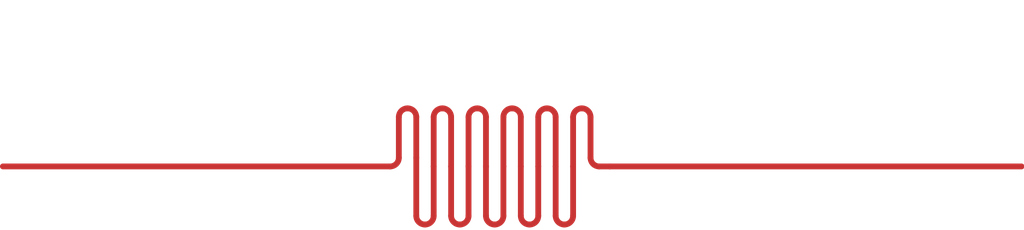
<source format=kicad_pcb>
(kicad_pcb
	(version 20231212)
	(generator "pcbnew")
	(generator_version "7.99")
	(general
		(thickness 1.6)
		(legacy_teardrops no)
	)
	(paper "A4")
	(layers
		(0 "F.Cu" signal)
		(31 "B.Cu" signal)
		(32 "B.Adhes" user "B.Adhesive")
		(33 "F.Adhes" user "F.Adhesive")
		(34 "B.Paste" user)
		(35 "F.Paste" user)
		(36 "B.SilkS" user "B.Silkscreen")
		(37 "F.SilkS" user "F.Silkscreen")
		(38 "B.Mask" user)
		(39 "F.Mask" user)
		(40 "Dwgs.User" user "User.Drawings")
		(41 "Cmts.User" user "User.Comments")
		(42 "Eco1.User" user "User.Eco1")
		(43 "Eco2.User" user "User.Eco2")
		(44 "Edge.Cuts" user)
		(45 "Margin" user)
		(46 "B.CrtYd" user "B.Courtyard")
		(47 "F.CrtYd" user "F.Courtyard")
		(48 "B.Fab" user)
		(49 "F.Fab" user)
		(50 "User.1" user)
		(51 "User.2" user)
		(52 "User.3" user)
		(53 "User.4" user)
		(54 "User.5" user)
		(55 "User.6" user)
		(56 "User.7" user)
		(57 "User.8" user)
		(58 "User.9" user)
	)
	(setup
		(pad_to_mask_clearance 0)
		(allow_soldermask_bridges_in_footprints no)
		(pcbplotparams
			(layerselection 0x00010fc_ffffffff)
			(plot_on_all_layers_selection 0x0000000_00000000)
			(disableapertmacros no)
			(usegerberextensions no)
			(usegerberattributes yes)
			(usegerberadvancedattributes yes)
			(creategerberjobfile yes)
			(dashed_line_dash_ratio 12.000000)
			(dashed_line_gap_ratio 3.000000)
			(svgprecision 4)
			(plotframeref no)
			(viasonmask no)
			(mode 1)
			(useauxorigin no)
			(hpglpennumber 1)
			(hpglpenspeed 20)
			(hpglpendiameter 15.000000)
			(pdf_front_fp_property_popups yes)
			(pdf_back_fp_property_popups yes)
			(dxfpolygonmode yes)
			(dxfimperialunits yes)
			(dxfusepcbnewfont yes)
			(psnegative no)
			(psa4output no)
			(plotreference yes)
			(plotvalue yes)
			(plotfptext yes)
			(plotinvisibletext no)
			(sketchpadsonfab no)
			(subtractmaskfromsilk no)
			(outputformat 1)
			(mirror no)
			(drillshape 1)
			(scaleselection 1)
			(outputdirectory "")
		)
	)
	(net 0 "")
	(gr_text "Example Tuning generator"
		(at 105.13 46.81 0)
		(layer "Cmts.User")
		(uuid "53c1f939-ba9e-4da8-9dfc-8f32e3549f4d")
		(effects
			(font
				(size 1.5 1.5)
				(thickness 0.3)
				(bold yes)
			)
			(justify left bottom)
		)
	)
	(segment
		(start 119.471487 50.14)
		(end 119.471487 48.44)
		(width 0.2)
		(layer "F.Cu")
		(net 0)
		(uuid "23598711-1292-428d-920c-a74be818ad7e")
	)
	(segment
		(start 122.471487 48.44)
		(end 122.471487 49.84)
		(width 0.2)
		(layer "F.Cu")
		(net 0)
		(uuid "32dfa4c2-9427-47a8-bd2d-ceb643557c88")
	)
	(segment
		(start 116.471487 48.44)
		(end 116.471487 49.84)
		(width 0.2)
		(layer "F.Cu")
		(net 0)
		(uuid "44d73d7d-cf4f-4327-b231-2463bdfe4326")
	)
	(segment
		(start 118.271487 50.14)
		(end 118.271487 48.44)
		(width 0.2)
		(layer "F.Cu")
		(net 0)
		(uuid "48626af6-29e2-4f63-9d3e-122aa7b4ab9c")
	)
	(segment
		(start 121.271487 50.14)
		(end 121.271487 51.84)
		(width 0.2)
		(layer "F.Cu")
		(net 0)
		(uuid "4b411291-a17e-456b-a755-a48e9631eb4a")
	)
	(segment
		(start 121.871487 51.84)
		(end 121.871487 50.14)
		(width 0.2)
		(layer "F.Cu")
		(net 0)
		(uuid "4e879df0-63f3-4cb5-9164-ba33f0b14629")
	)
	(segment
		(start 116.471487 49.84)
		(end 116.471487 51.84)
		(width 0.2)
		(layer "F.Cu")
		(net 0)
		(uuid "588a4917-59d3-4955-9add-663bc4767847")
	)
	(segment
		(start 117.071487 51.84)
		(end 117.071487 50.14)
		(width 0.2)
		(layer "F.Cu")
		(net 0)
		(uuid "59b90d87-2f26-45db-9ce8-68ce8720ea38")
	)
	(segment
		(start 123.13735 50.14)
		(end 137.31 50.14)
		(width 0.2)
		(layer "F.Cu")
		(net 0)
		(uuid "65de65ea-c59a-49b1-9861-84c37ec18480")
	)
	(segment
		(start 118.271487 51.84)
		(end 118.271487 50.14)
		(width 0.2)
		(layer "F.Cu")
		(net 0)
		(uuid "6f4c6cc9-69de-4bc5-af94-c19e9090a86d")
	)
	(segment
		(start 121.871487 50.14)
		(end 121.871487 48.44)
		(width 0.2)
		(layer "F.Cu")
		(net 0)
		(uuid "72c5d2fa-96ad-46fa-b509-ba435bef0d9f")
	)
	(segment
		(start 119.471487 51.84)
		(end 119.471487 50.14)
		(width 0.2)
		(layer "F.Cu")
		(net 0)
		(uuid "9568f820-d1e6-490c-ba36-a4f2bbd6740c")
	)
	(segment
		(start 121.271487 48.44)
		(end 121.271487 50.14)
		(width 0.2)
		(layer "F.Cu")
		(net 0)
		(uuid "9a9a8f38-4d0b-433a-b590-5d7512f8439b")
	)
	(segment
		(start 120.071487 48.44)
		(end 120.071487 50.14)
		(width 0.2)
		(layer "F.Cu")
		(net 0)
		(uuid "a33210e6-9f45-4513-9f49-0851a05915d6")
	)
	(segment
		(start 117.671487 48.44)
		(end 117.671487 50.14)
		(width 0.2)
		(layer "F.Cu")
		(net 0)
		(uuid "a4375fde-a926-4e9f-bce5-e55f71434880")
	)
	(segment
		(start 115.871487 49.84)
		(end 115.871487 48.44)
		(width 0.2)
		(layer "F.Cu")
		(net 0)
		(uuid "a764fcd6-6263-450e-b747-c64338e0d901")
	)
	(segment
		(start 120.671487 50.14)
		(end 120.671487 48.44)
		(width 0.2)
		(layer "F.Cu")
		(net 0)
		(uuid "a9194b6b-c1cb-4532-812c-d60b7a2c3e42")
	)
	(segment
		(start 102.24 50.14)
		(end 115.571487 50.14)
		(width 0.2)
		(layer "F.Cu")
		(net 0)
		(uuid "be40dcb4-4ea4-4d02-b4a7-023ff28a179f")
	)
	(segment
		(start 118.871487 48.44)
		(end 118.871487 50.14)
		(width 0.2)
		(layer "F.Cu")
		(net 0)
		(uuid "c05fe201-beaa-4f3d-8f86-2c044c39a7ad")
	)
	(segment
		(start 117.671487 50.14)
		(end 117.671487 51.84)
		(width 0.2)
		(layer "F.Cu")
		(net 0)
		(uuid "c57febd1-a087-4666-84b8-277ae6bc22d2")
	)
	(segment
		(start 120.071487 50.14)
		(end 120.071487 51.84)
		(width 0.2)
		(layer "F.Cu")
		(net 0)
		(uuid "dabeb0f1-d930-4995-8ecf-a4549a0b252f")
	)
	(segment
		(start 118.871487 50.14)
		(end 118.871487 51.84)
		(width 0.2)
		(layer "F.Cu")
		(net 0)
		(uuid "db664cf3-f269-4ad7-a42c-5f1e0f68c331")
	)
	(segment
		(start 120.671487 51.84)
		(end 120.671487 50.14)
		(width 0.2)
		(layer "F.Cu")
		(net 0)
		(uuid "deea7a88-92cb-4b2d-944a-56499ad070bc")
	)
	(segment
		(start 122.771487 50.14)
		(end 123.13735 50.14)
		(width 0.2)
		(layer "F.Cu")
		(net 0)
		(uuid "ee8ed2c3-24bd-4b28-a241-887d40cca598")
	)
	(segment
		(start 117.071487 50.14)
		(end 117.071487 48.44)
		(width 0.2)
		(layer "F.Cu")
		(net 0)
		(uuid "faa07f56-f9fe-4e13-88c3-8d80b6691460")
	)
	(arc
		(start 117.971487 52.14)
		(mid 118.183619 52.052132)
		(end 118.271487 51.84)
		(width 0.2)
		(layer "F.Cu")
		(net 0)
		(uuid "0376a7f9-ca8e-458b-9d43-8cd3a2a6bc63")
	)
	(arc
		(start 115.571487 50.14)
		(mid 115.783619 50.052132)
		(end 115.871487 49.84)
		(width 0.2)
		(layer "F.Cu")
		(net 0)
		(uuid "0461661b-2681-445d-844d-36fe87fd5675")
	)
	(arc
		(start 120.371487 52.14)
		(mid 120.583619 52.052132)
		(end 120.671487 51.84)
		(width 0.2)
		(layer "F.Cu")
		(net 0)
		(uuid "06764c74-03e5-4cdd-9d3c-66a9449a0b79")
	)
	(arc
		(start 119.471487 48.44)
		(mid 119.559355 48.227868)
		(end 119.771487 48.14)
		(width 0.2)
		(layer "F.Cu")
		(net 0)
		(uuid "19d41ad9-cced-4f7a-b477-770f3747302b")
	)
	(arc
		(start 116.471487 51.84)
		(mid 116.559355 52.052132)
		(end 116.771487 52.14)
		(width 0.2)
		(layer "F.Cu")
		(net 0)
		(uuid "2f6798f2-7245-45ac-b638-798d5cc07bf0")
	)
	(arc
		(start 122.171487 48.14)
		(mid 122.383619 48.227868)
		(end 122.471487 48.44)
		(width 0.2)
		(layer "F.Cu")
		(net 0)
		(uuid "3b913f43-9eae-4c65-9978-5b8d339e4163")
	)
	(arc
		(start 119.771487 48.14)
		(mid 119.983619 48.227868)
		(end 120.071487 48.44)
		(width 0.2)
		(layer "F.Cu")
		(net 0)
		(uuid "3d5e09fa-3d6d-4ef1-914a-0f5c228935f9")
	)
	(arc
		(start 116.171487 48.14)
		(mid 116.383619 48.227868)
		(end 116.471487 48.44)
		(width 0.2)
		(layer "F.Cu")
		(net 0)
		(uuid "4a64cb98-0cb5-4e84-be7d-331ff151461c")
	)
	(arc
		(start 117.371487 48.14)
		(mid 117.583619 48.227868)
		(end 117.671487 48.44)
		(width 0.2)
		(layer "F.Cu")
		(net 0)
		(uuid "71f8bf22-de50-41c8-825f-904f110a02bf")
	)
	(arc
		(start 120.071487 51.84)
		(mid 120.159355 52.052132)
		(end 120.371487 52.14)
		(width 0.2)
		(layer "F.Cu")
		(net 0)
		(uuid "7269ec18-3e42-46f7-847b-da594f31ad8f")
	)
	(arc
		(start 118.271487 48.44)
		(mid 118.359355 48.227868)
		(end 118.571487 48.14)
		(width 0.2)
		(layer "F.Cu")
		(net 0)
		(uuid "767c8903-fd9f-4b6f-928b-98dd2c7597aa")
	)
	(arc
		(start 121.871487 48.44)
		(mid 121.959355 48.227868)
		(end 122.171487 48.14)
		(width 0.2)
		(layer "F.Cu")
		(net 0)
		(uuid "7e47bebe-0dd6-4cfd-94dc-ee99962d4434")
	)
	(arc
		(start 120.971487 48.14)
		(mid 121.183619 48.227868)
		(end 121.271487 48.44)
		(width 0.2)
		(layer "F.Cu")
		(net 0)
		(uuid "81aa3b3f-7131-448f-81ce-e2677966b704")
	)
	(arc
		(start 118.871487 51.84)
		(mid 118.959355 52.052132)
		(end 119.171487 52.14)
		(width 0.2)
		(layer "F.Cu")
		(net 0)
		(uuid "9059e5ed-2aca-4368-82ba-41b385dc3811")
	)
	(arc
		(start 121.271487 51.84)
		(mid 121.359355 52.052132)
		(end 121.571487 52.14)
		(width 0.2)
		(layer "F.Cu")
		(net 0)
		(uuid "91c3b598-b183-4c54-a5ba-e81d86f8b752")
	)
	(arc
		(start 117.671487 51.84)
		(mid 117.759355 52.052132)
		(end 117.971487 52.14)
		(width 0.2)
		(layer "F.Cu")
		(net 0)
		(uuid "93331fa0-f088-494f-bb3f-3176a38bbf75")
	)
	(arc
		(start 118.571487 48.14)
		(mid 118.783619 48.227868)
		(end 118.871487 48.44)
		(width 0.2)
		(layer "F.Cu")
		(net 0)
		(uuid "93ffb905-f4d4-4d6f-9d14-0d9786a08101")
	)
	(arc
		(start 116.771487 52.14)
		(mid 116.983619 52.052132)
		(end 117.071487 51.84)
		(width 0.2)
		(layer "F.Cu")
		(net 0)
		(uuid "9f8c447b-e5c8-4000-a9a1-c72d9bea35fb")
	)
	(arc
		(start 120.671487 48.44)
		(mid 120.759355 48.227868)
		(end 120.971487 48.14)
		(width 0.2)
		(layer "F.Cu")
		(net 0)
		(uuid "a697b4a2-c596-4045-9f46-e645ac352ae2")
	)
	(arc
		(start 121.571487 52.14)
		(mid 121.783619 52.052132)
		(end 121.871487 51.84)
		(width 0.2)
		(layer "F.Cu")
		(net 0)
		(uuid "a8d58e65-4b30-4eb5-84c7-aee72c58f2ec")
	)
	(arc
		(start 115.871487 48.44)
		(mid 115.959355 48.227868)
		(end 116.171487 48.14)
		(width 0.2)
		(layer "F.Cu")
		(net 0)
		(uuid "b0d4aab8-c57b-40b9-9c8b-1f3eb20c6447")
	)
	(arc
		(start 119.171487 52.14)
		(mid 119.383619 52.052132)
		(end 119.471487 51.84)
		(width 0.2)
		(layer "F.Cu")
		(net 0)
		(uuid "bf81b70e-6c92-4fa5-9780-102df6c38109")
	)
	(arc
		(start 117.071487 48.44)
		(mid 117.159355 48.227868)
		(end 117.371487 48.14)
		(width 0.2)
		(layer "F.Cu")
		(net 0)
		(uuid "d6d9b09a-5a95-454c-82fb-b8e919d934e0")
	)
	(arc
		(start 122.471487 49.84)
		(mid 122.559355 50.052132)
		(end 122.771487 50.14)
		(width 0.2)
		(layer "F.Cu")
		(net 0)
		(uuid "eab2f350-d181-4351-8fe1-1d59f4400931")
	)
	(generated
		(id 4f22a815-3048-42b3-86fa-eb71720d35ae)
		(type tuning_pattern)
		(name "Tuning Pattern")
		(layer "F.Cu")
		(base_line
			(pts
				(xy 115.571487 50.14) (xy 123.13735 50.14)
			)
		)
		(corner_radius_percent 100)
		(end
			(xy 123.13735 50.14)
		)
		(initial_side "left")
		(last_diff_pair_gap 0.18)
		(last_netname "")
		(last_status "too_short")
		(last_track_width 0.2)
		(last_tuning "75.9800 mm (too short)")
		(max_amplitude 2)
		(min_spacing 0.6)
		(origin
			(xy 115.571487 50.14)
		)
		(override_custom_rules no)
		(rounded yes)
		(single_sided no)
		(target_length 100)
		(target_length_max 100.1)
		(target_length_min 99.9)
		(target_skew 0)
		(target_skew_max 0.1)
		(target_skew_min -0.1)
		(tuning_mode "single")
		(members 0376a7f9-ca8e-458b-9d43-8cd3a2a6bc63 0461661b-2681-445d-844d-36fe87fd5675
			06764c74-03e5-4cdd-9d3c-66a9449a0b79 19d41ad9-cced-4f7a-b477-770f3747302b
			23598711-1292-428d-920c-a74be818ad7e 2f6798f2-7245-45ac-b638-798d5cc07bf0
			32dfa4c2-9427-47a8-bd2d-ceb643557c88 3b913f43-9eae-4c65-9978-5b8d339e4163
			3d5e09fa-3d6d-4ef1-914a-0f5c228935f9 44d73d7d-cf4f-4327-b231-2463bdfe4326
			48626af6-29e2-4f63-9d3e-122aa7b4ab9c 4a64cb98-0cb5-4e84-be7d-331ff151461c
			4b411291-a17e-456b-a755-a48e9631eb4a 4e879df0-63f3-4cb5-9164-ba33f0b14629
			588a4917-59d3-4955-9add-663bc4767847 59b90d87-2f26-45db-9ce8-68ce8720ea38
			6f4c6cc9-69de-4bc5-af94-c19e9090a86d 71f8bf22-de50-41c8-825f-904f110a02bf
			7269ec18-3e42-46f7-847b-da594f31ad8f 72c5d2fa-96ad-46fa-b509-ba435bef0d9f
			767c8903-fd9f-4b6f-928b-98dd2c7597aa 7e47bebe-0dd6-4cfd-94dc-ee99962d4434
			81aa3b3f-7131-448f-81ce-e2677966b704 9059e5ed-2aca-4368-82ba-41b385dc3811
			91c3b598-b183-4c54-a5ba-e81d86f8b752 93331fa0-f088-494f-bb3f-3176a38bbf75
			93ffb905-f4d4-4d6f-9d14-0d9786a08101 9568f820-d1e6-490c-ba36-a4f2bbd6740c
			9a9a8f38-4d0b-433a-b590-5d7512f8439b 9f8c447b-e5c8-4000-a9a1-c72d9bea35fb
			a33210e6-9f45-4513-9f49-0851a05915d6 a4375fde-a926-4e9f-bce5-e55f71434880
			a697b4a2-c596-4045-9f46-e645ac352ae2 a764fcd6-6263-450e-b747-c64338e0d901
			a8d58e65-4b30-4eb5-84c7-aee72c58f2ec a9194b6b-c1cb-4532-812c-d60b7a2c3e42
			b0d4aab8-c57b-40b9-9c8b-1f3eb20c6447 bf81b70e-6c92-4fa5-9780-102df6c38109
			c05fe201-beaa-4f3d-8f86-2c044c39a7ad c57febd1-a087-4666-84b8-277ae6bc22d2
			d6d9b09a-5a95-454c-82fb-b8e919d934e0 dabeb0f1-d930-4995-8ecf-a4549a0b252f
			db664cf3-f269-4ad7-a42c-5f1e0f68c331 deea7a88-92cb-4b2d-944a-56499ad070bc
			eab2f350-d181-4351-8fe1-1d59f4400931 ee8ed2c3-24bd-4b28-a241-887d40cca598
			faa07f56-f9fe-4e13-88c3-8d80b6691460
		)
	)
)
</source>
